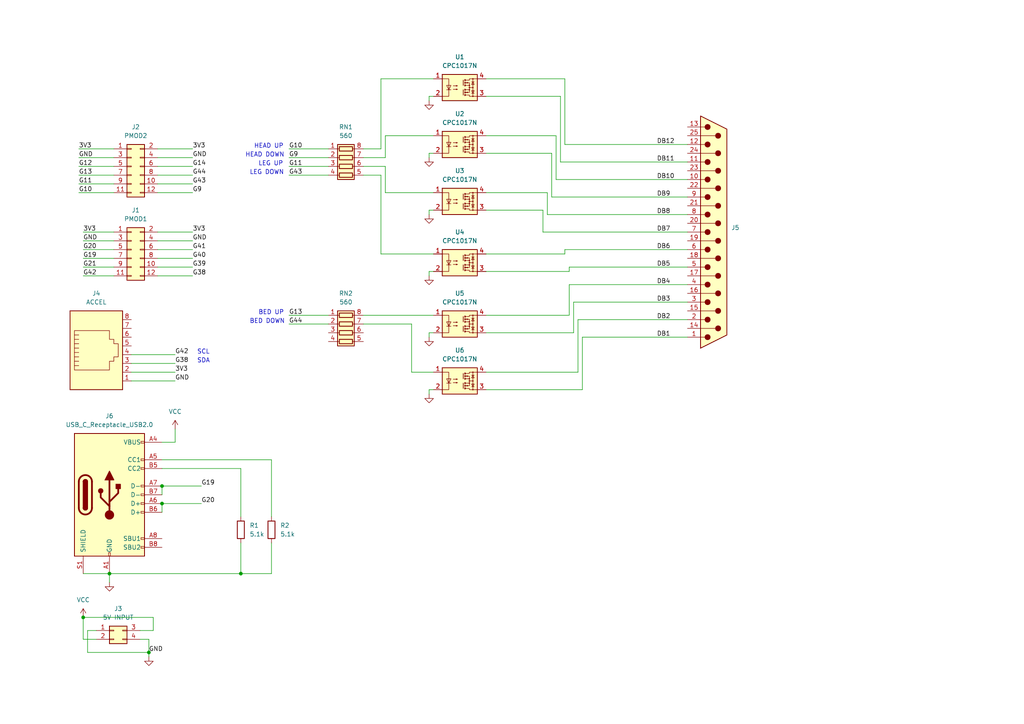
<source format=kicad_sch>
(kicad_sch (version 20211123) (generator eeschema)
  (paper "A4")
  (lib_symbols
    (symbol "Connector:DB25_Male" (pin_names (offset 1.016) hide)
      (property "Reference" "J" (at 0 34.29 0))
      (property "Value" "DB25_Male" (at 0 -34.925 0))
      (symbol "DB25_Male_0_1"
        (circle (center -1.778 -30.48) (radius 0.762) (fill (type outline)))
        (circle (center -1.778 -25.4) (radius 0.762) (fill (type outline)))
        (circle (center -1.778 -20.32) (radius 0.762) (fill (type outline)))
        (circle (center -1.778 -15.24) (radius 0.762) (fill (type outline)))
        (circle (center -1.778 -10.16) (radius 0.762) (fill (type outline)))
        (circle (center -1.778 -5.08) (radius 0.762) (fill (type outline)))
        (circle (center -1.778 0) (radius 0.762) (fill (type outline)))
        (circle (center -1.778 5.08) (radius 0.762) (fill (type outline)))
        (circle (center -1.778 10.16) (radius 0.762) (fill (type outline)))
        (circle (center -1.778 15.24) (radius 0.762) (fill (type outline)))
        (circle (center -1.778 20.32) (radius 0.762) (fill (type outline)))
        (circle (center -1.778 25.4) (radius 0.762) (fill (type outline)))
        (circle (center -1.778 30.48) (radius 0.762) (fill (type outline)))
        (polyline (pts (xy -3.81 -30.48) (xy -2.54 -30.48)))
        (polyline (pts (xy -3.81 -27.94) (xy 0.508 -27.94)))
        (polyline (pts (xy -3.81 -25.4) (xy -2.54 -25.4)))
        (polyline (pts (xy -3.81 -22.86) (xy 0.508 -22.86)))
        (polyline (pts (xy -3.81 -20.32) (xy -2.54 -20.32)))
        (polyline (pts (xy -3.81 -17.78) (xy 0.508 -17.78)))
        (polyline (pts (xy -3.81 -15.24) (xy -2.54 -15.24)))
        (polyline (pts (xy -3.81 -12.7) (xy 0.508 -12.7)))
        (polyline (pts (xy -3.81 -10.16) (xy -2.54 -10.16)))
        (polyline (pts (xy -3.81 -7.62) (xy 0.508 -7.62)))
        (polyline (pts (xy -3.81 -5.08) (xy -2.54 -5.08)))
        (polyline (pts (xy -3.81 -2.54) (xy 0.508 -2.54)))
        (polyline (pts (xy -3.81 0) (xy -2.54 0)))
        (polyline (pts (xy -3.81 2.54) (xy 0.508 2.54)))
        (polyline (pts (xy -3.81 5.08) (xy -2.54 5.08)))
        (polyline (pts (xy -3.81 7.62) (xy 0.508 7.62)))
        (polyline (pts (xy -3.81 10.16) (xy -2.54 10.16)))
        (polyline (pts (xy -3.81 12.7) (xy 0.508 12.7)))
        (polyline (pts (xy -3.81 15.24) (xy -2.54 15.24)))
        (polyline (pts (xy -3.81 17.78) (xy 0.508 17.78)))
        (polyline (pts (xy -3.81 20.32) (xy -2.54 20.32)))
        (polyline (pts (xy -3.81 22.86) (xy 0.508 22.86)))
        (polyline (pts (xy -3.81 25.4) (xy -2.54 25.4)))
        (polyline (pts (xy -3.81 27.94) (xy 0.508 27.94)))
        (polyline (pts (xy -3.81 30.48) (xy -2.54 30.48)))
        (polyline (pts (xy -3.81 -33.655) (xy 3.81 -29.845) (xy 3.81 29.845) (xy -3.81 33.655) (xy -3.81 -33.655)) (stroke (width 0.254)) (fill (type background)))
        (circle (center 1.27 -27.94) (radius 0.762) (fill (type outline)))
        (circle (center 1.27 -22.86) (radius 0.762) (fill (type outline)))
        (circle (center 1.27 -17.78) (radius 0.762) (fill (type outline)))
        (circle (center 1.27 -12.7) (radius 0.762) (fill (type outline)))
        (circle (center 1.27 -7.62) (radius 0.762) (fill (type outline)))
        (circle (center 1.27 -2.54) (radius 0.762) (fill (type outline)))
        (circle (center 1.27 2.54) (radius 0.762) (fill (type outline)))
        (circle (center 1.27 7.62) (radius 0.762) (fill (type outline)))
        (circle (center 1.27 12.7) (radius 0.762) (fill (type outline)))
        (circle (center 1.27 17.78) (radius 0.762) (fill (type outline)))
        (circle (center 1.27 22.86) (radius 0.762) (fill (type outline)))
        (circle (center 1.27 27.94) (radius 0.762) (fill (type outline)))
      )
      (symbol "DB25_Male_1_1"
        (pin passive line (at -7.62 -30.48 0) (length 3.81) (name "1") (number "1"))
        (pin passive line (at -7.62 15.24 0) (length 3.81) (name "10") (number "10"))
        (pin passive line (at -7.62 20.32 0) (length 3.81) (name "11") (number "11"))
        (pin passive line (at -7.62 25.4 0) (length 3.81) (name "12") (number "12"))
        (pin passive line (at -7.62 30.48 0) (length 3.81) (name "13") (number "13"))
        (pin passive line (at -7.62 -27.94 0) (length 3.81) (name "P14") (number "14"))
        (pin passive line (at -7.62 -22.86 0) (length 3.81) (name "P15") (number "15"))
        (pin passive line (at -7.62 -17.78 0) (length 3.81) (name "P16") (number "16"))
        (pin passive line (at -7.62 -12.7 0) (length 3.81) (name "P17") (number "17"))
        (pin passive line (at -7.62 -7.62 0) (length 3.81) (name "P18") (number "18"))
        (pin passive line (at -7.62 -2.54 0) (length 3.81) (name "P19") (number "19"))
        (pin passive line (at -7.62 -25.4 0) (length 3.81) (name "2") (number "2"))
        (pin passive line (at -7.62 2.54 0) (length 3.81) (name "P20") (number "20"))
        (pin passive line (at -7.62 7.62 0) (length 3.81) (name "P21") (number "21"))
        (pin passive line (at -7.62 12.7 0) (length 3.81) (name "P22") (number "22"))
        (pin passive line (at -7.62 17.78 0) (length 3.81) (name "P23") (number "23"))
        (pin passive line (at -7.62 22.86 0) (length 3.81) (name "P24") (number "24"))
        (pin passive line (at -7.62 27.94 0) (length 3.81) (name "P25") (number "25"))
        (pin passive line (at -7.62 -20.32 0) (length 3.81) (name "3") (number "3"))
        (pin passive line (at -7.62 -15.24 0) (length 3.81) (name "4") (number "4"))
        (pin passive line (at -7.62 -10.16 0) (length 3.81) (name "5") (number "5"))
        (pin passive line (at -7.62 -5.08 0) (length 3.81) (name "6") (number "6"))
        (pin passive line (at -7.62 0 0) (length 3.81) (name "7") (number "7"))
        (pin passive line (at -7.62 5.08 0) (length 3.81) (name "8") (number "8"))
        (pin passive line (at -7.62 10.16 0) (length 3.81) (name "9") (number "9"))
      )
    )
    (symbol "Connector:RJ45" (pin_names (offset 1.016))
      (property "Reference" "J" (at -5.08 13.97 0))
      (property "Value" "RJ45" (at 2.54 13.97 0))
      (symbol "RJ45_0_1"
        (polyline (pts (xy -5.08 4.445) (xy -6.35 4.445)))
        (polyline (pts (xy -5.08 5.715) (xy -6.35 5.715)))
        (polyline (pts (xy -6.35 -3.175) (xy -5.08 -3.175) (xy -5.08 -3.175)))
        (polyline (pts (xy -6.35 -1.905) (xy -5.08 -1.905) (xy -5.08 -1.905)))
        (polyline (pts (xy -6.35 -0.635) (xy -5.08 -0.635) (xy -5.08 -0.635)))
        (polyline (pts (xy -6.35 0.635) (xy -5.08 0.635) (xy -5.08 0.635)))
        (polyline (pts (xy -6.35 1.905) (xy -5.08 1.905) (xy -5.08 1.905)))
        (polyline (pts (xy -5.08 3.175) (xy -6.35 3.175) (xy -6.35 3.175)))
        (polyline (pts (xy -6.35 -4.445) (xy -6.35 6.985) (xy 3.81 6.985) (xy 3.81 4.445) (xy 5.08 4.445) (xy 5.08 3.175) (xy 6.35 3.175) (xy 6.35 -0.635) (xy 5.08 -0.635) (xy 5.08 -1.905) (xy 3.81 -1.905) (xy 3.81 -4.445) (xy -6.35 -4.445) (xy -6.35 -4.445)))
        (rectangle (start 7.62 12.7) (end -7.62 -10.16) (stroke (width 0.254)) (fill (type background)))
      )
      (symbol "RJ45_1_1"
        (pin passive line (at 10.16 -7.62 180) (length 2.54) (name "~") (number "1"))
        (pin passive line (at 10.16 -5.08 180) (length 2.54) (name "~") (number "2"))
        (pin passive line (at 10.16 -2.54 180) (length 2.54) (name "~") (number "3"))
        (pin passive line (at 10.16 0 180) (length 2.54) (name "~") (number "4"))
        (pin passive line (at 10.16 2.54 180) (length 2.54) (name "~") (number "5"))
        (pin passive line (at 10.16 5.08 180) (length 2.54) (name "~") (number "6"))
        (pin passive line (at 10.16 7.62 180) (length 2.54) (name "~") (number "7"))
        (pin passive line (at 10.16 10.16 180) (length 2.54) (name "~") (number "8"))
      )
    )
    (symbol "Connector:USB_C_Receptacle_USB2.0" (pin_names (offset 1.016))
      (property "Reference" "J" (at -10.16 19.05 0))
      (property "Value" "USB_C_Receptacle_USB2.0" (at 19.05 19.05 0))
      (symbol "USB_C_Receptacle_USB2.0_0_0"
        (rectangle (start -0.254 -17.78) (end 0.254 -16.764))
        (rectangle (start 10.16 -14.986) (end 9.144 -15.494))
        (rectangle (start 10.16 -12.446) (end 9.144 -12.954))
        (rectangle (start 10.16 -4.826) (end 9.144 -5.334))
        (rectangle (start 10.16 -2.286) (end 9.144 -2.794))
        (rectangle (start 10.16 0.254) (end 9.144 -0.254))
        (rectangle (start 10.16 2.794) (end 9.144 2.286))
        (rectangle (start 10.16 7.874) (end 9.144 7.366))
        (rectangle (start 10.16 10.414) (end 9.144 9.906))
        (rectangle (start 10.16 15.494) (end 9.144 14.986))
      )
      (symbol "USB_C_Receptacle_USB2.0_0_1"
        (rectangle (start -10.16 17.78) (end 10.16 -17.78) (stroke (width 0.254)) (fill (type background)))
        (arc (start -8.89 -3.81) (mid -6.985 -5.715) (end -5.08 -3.81) (stroke (width 0.508)))
        (arc (start -7.62 -3.81) (mid -6.985 -4.445) (end -6.35 -3.81) (stroke (width 0.254)))
        (arc (start -7.62 -3.81) (mid -6.985 -4.445) (end -6.35 -3.81) (stroke (width 0.254)) (fill (type outline)))
        (rectangle (start -7.62 -3.81) (end -6.35 3.81) (stroke (width 0.254)) (fill (type outline)))
        (arc (start -6.35 3.81) (mid -6.985 4.445) (end -7.62 3.81) (stroke (width 0.254)))
        (arc (start -6.35 3.81) (mid -6.985 4.445) (end -7.62 3.81) (stroke (width 0.254)) (fill (type outline)))
        (arc (start -5.08 3.81) (mid -6.985 5.715) (end -8.89 3.81) (stroke (width 0.508)))
        (circle (center -2.54 1.143) (radius 0.635) (stroke (width 0.254)) (fill (type outline)))
        (circle (center 0 -5.842) (radius 1.27) (fill (type outline)))
        (polyline (pts (xy -8.89 -3.81) (xy -8.89 3.81)) (stroke (width 0.508)))
        (polyline (pts (xy -5.08 3.81) (xy -5.08 -3.81)) (stroke (width 0.508)))
        (polyline (pts (xy 0 -5.842) (xy 0 4.318)) (stroke (width 0.508)))
        (polyline (pts (xy 0 -3.302) (xy -2.54 -0.762) (xy -2.54 0.508)) (stroke (width 0.508)))
        (polyline (pts (xy 0 -2.032) (xy 2.54 0.508) (xy 2.54 1.778)) (stroke (width 0.508)))
        (polyline (pts (xy -1.27 4.318) (xy 0 6.858) (xy 1.27 4.318) (xy -1.27 4.318)) (stroke (width 0.254)) (fill (type outline)))
        (rectangle (start 1.905 1.778) (end 3.175 3.048) (stroke (width 0.254)) (fill (type outline)))
      )
      (symbol "USB_C_Receptacle_USB2.0_1_1"
        (pin passive line (at 0 -22.86 90) (length 5.08) (name "GND") (number "A1"))
        (pin passive line (at 0 -22.86 90) (length 5.08) hide (name "GND") (number "A12"))
        (pin passive line (at 15.24 15.24 180) (length 5.08) (name "VBUS") (number "A4"))
        (pin bidirectional line (at 15.24 10.16 180) (length 5.08) (name "CC1") (number "A5"))
        (pin bidirectional line (at 15.24 -2.54 180) (length 5.08) (name "D+") (number "A6"))
        (pin bidirectional line (at 15.24 2.54 180) (length 5.08) (name "D-") (number "A7"))
        (pin bidirectional line (at 15.24 -12.7 180) (length 5.08) (name "SBU1") (number "A8"))
        (pin passive line (at 15.24 15.24 180) (length 5.08) hide (name "VBUS") (number "A9"))
        (pin passive line (at 0 -22.86 90) (length 5.08) hide (name "GND") (number "B1"))
        (pin passive line (at 0 -22.86 90) (length 5.08) hide (name "GND") (number "B12"))
        (pin passive line (at 15.24 15.24 180) (length 5.08) hide (name "VBUS") (number "B4"))
        (pin bidirectional line (at 15.24 7.62 180) (length 5.08) (name "CC2") (number "B5"))
        (pin bidirectional line (at 15.24 -5.08 180) (length 5.08) (name "D+") (number "B6"))
        (pin bidirectional line (at 15.24 0 180) (length 5.08) (name "D-") (number "B7"))
        (pin bidirectional line (at 15.24 -15.24 180) (length 5.08) (name "SBU2") (number "B8"))
        (pin passive line (at 15.24 15.24 180) (length 5.08) hide (name "VBUS") (number "B9"))
        (pin passive line (at -7.62 -22.86 90) (length 5.08) (name "SHIELD") (number "S1"))
      )
    )
    (symbol "Connector_Generic:Conn_02x02_Top_Bottom" (pin_names (offset 1.016) hide)
      (property "Reference" "J" (at 1.27 2.54 0))
      (property "Value" "Conn_02x02_Top_Bottom" (at 1.27 -5.08 0))
      (symbol "Conn_02x02_Top_Bottom_1_1"
        (rectangle (start -1.27 -2.413) (end 0 -2.667) (stroke (width 0.1524)))
        (rectangle (start -1.27 0.127) (end 0 -0.127) (stroke (width 0.1524)))
        (rectangle (start -1.27 1.27) (end 3.81 -3.81) (stroke (width 0.254)) (fill (type background)))
        (rectangle (start 3.81 -2.413) (end 2.54 -2.667) (stroke (width 0.1524)))
        (rectangle (start 3.81 0.127) (end 2.54 -0.127) (stroke (width 0.1524)))
        (pin passive line (at -5.08 0 0) (length 3.81) (name "Pin_1") (number "1"))
        (pin passive line (at -5.08 -2.54 0) (length 3.81) (name "Pin_2") (number "2"))
        (pin passive line (at 7.62 0 180) (length 3.81) (name "Pin_3") (number "3"))
        (pin passive line (at 7.62 -2.54 180) (length 3.81) (name "Pin_4") (number "4"))
      )
    )
    (symbol "Connector_Generic:Conn_02x06_Odd_Even" (pin_names (offset 1.016) hide)
      (property "Reference" "J" (at 1.27 7.62 0))
      (property "Value" "Conn_02x06_Odd_Even" (at 1.27 -10.16 0))
      (symbol "Conn_02x06_Odd_Even_1_1"
        (rectangle (start -1.27 -7.493) (end 0 -7.747) (stroke (width 0.1524)))
        (rectangle (start -1.27 -4.953) (end 0 -5.207) (stroke (width 0.1524)))
        (rectangle (start -1.27 -2.413) (end 0 -2.667) (stroke (width 0.1524)))
        (rectangle (start -1.27 0.127) (end 0 -0.127) (stroke (width 0.1524)))
        (rectangle (start -1.27 2.667) (end 0 2.413) (stroke (width 0.1524)))
        (rectangle (start -1.27 5.207) (end 0 4.953) (stroke (width 0.1524)))
        (rectangle (start -1.27 6.35) (end 3.81 -8.89) (stroke (width 0.254)) (fill (type background)))
        (rectangle (start 3.81 -7.493) (end 2.54 -7.747) (stroke (width 0.1524)))
        (rectangle (start 3.81 -4.953) (end 2.54 -5.207) (stroke (width 0.1524)))
        (rectangle (start 3.81 -2.413) (end 2.54 -2.667) (stroke (width 0.1524)))
        (rectangle (start 3.81 0.127) (end 2.54 -0.127) (stroke (width 0.1524)))
        (rectangle (start 3.81 2.667) (end 2.54 2.413) (stroke (width 0.1524)))
        (rectangle (start 3.81 5.207) (end 2.54 4.953) (stroke (width 0.1524)))
        (pin passive line (at -5.08 5.08 0) (length 3.81) (name "Pin_1") (number "1"))
        (pin passive line (at 7.62 -5.08 180) (length 3.81) (name "Pin_10") (number "10"))
        (pin passive line (at -5.08 -7.62 0) (length 3.81) (name "Pin_11") (number "11"))
        (pin passive line (at 7.62 -7.62 180) (length 3.81) (name "Pin_12") (number "12"))
        (pin passive line (at 7.62 5.08 180) (length 3.81) (name "Pin_2") (number "2"))
        (pin passive line (at -5.08 2.54 0) (length 3.81) (name "Pin_3") (number "3"))
        (pin passive line (at 7.62 2.54 180) (length 3.81) (name "Pin_4") (number "4"))
        (pin passive line (at -5.08 0 0) (length 3.81) (name "Pin_5") (number "5"))
        (pin passive line (at 7.62 0 180) (length 3.81) (name "Pin_6") (number "6"))
        (pin passive line (at -5.08 -2.54 0) (length 3.81) (name "Pin_7") (number "7"))
        (pin passive line (at 7.62 -2.54 180) (length 3.81) (name "Pin_8") (number "8"))
        (pin passive line (at -5.08 -5.08 0) (length 3.81) (name "Pin_9") (number "9"))
      )
    )
    (symbol "Device:R" (pin_numbers hide) (pin_names (offset 0))
      (property "Reference" "R" (at 2.032 0 90))
      (property "Value" "R" (at 0 0 90))
      (symbol "R_0_1"
        (rectangle (start -1.016 -2.54) (end 1.016 2.54) (stroke (width 0.254)))
      )
      (symbol "R_1_1"
        (pin passive line (at 0 3.81 270) (length 1.27) (name "~") (number "1"))
        (pin passive line (at 0 -3.81 90) (length 1.27) (name "~") (number "2"))
      )
    )
    (symbol "Device:R_Pack04" (pin_names (offset 0) hide)
      (property "Reference" "RN" (at -7.62 0 90))
      (property "Value" "R_Pack04" (at 5.08 0 90))
      (symbol "R_Pack04_0_1"
        (rectangle (start -6.35 -2.413) (end 3.81 2.413) (stroke (width 0.254)) (fill (type background)))
        (rectangle (start -5.715 1.905) (end -4.445 -1.905) (stroke (width 0.254)))
        (rectangle (start -3.175 1.905) (end -1.905 -1.905) (stroke (width 0.254)))
        (rectangle (start -0.635 1.905) (end 0.635 -1.905) (stroke (width 0.254)))
        (polyline (pts (xy -5.08 -2.54) (xy -5.08 -1.905)))
        (polyline (pts (xy -5.08 1.905) (xy -5.08 2.54)))
        (polyline (pts (xy -2.54 -2.54) (xy -2.54 -1.905)))
        (polyline (pts (xy -2.54 1.905) (xy -2.54 2.54)))
        (polyline (pts (xy 0 -2.54) (xy 0 -1.905)))
        (polyline (pts (xy 0 1.905) (xy 0 2.54)))
        (polyline (pts (xy 2.54 -2.54) (xy 2.54 -1.905)))
        (polyline (pts (xy 2.54 1.905) (xy 2.54 2.54)))
        (rectangle (start 1.905 1.905) (end 3.175 -1.905) (stroke (width 0.254)))
      )
      (symbol "R_Pack04_1_1"
        (pin passive line (at -5.08 -5.08 90) (length 2.54) (name "R1.1") (number "1"))
        (pin passive line (at -2.54 -5.08 90) (length 2.54) (name "R2.1") (number "2"))
        (pin passive line (at 0 -5.08 90) (length 2.54) (name "R3.1") (number "3"))
        (pin passive line (at 2.54 -5.08 90) (length 2.54) (name "R4.1") (number "4"))
        (pin passive line (at 2.54 5.08 270) (length 2.54) (name "R4.2") (number "5"))
        (pin passive line (at 0 5.08 270) (length 2.54) (name "R3.2") (number "6"))
        (pin passive line (at -2.54 5.08 270) (length 2.54) (name "R2.2") (number "7"))
        (pin passive line (at -5.08 5.08 270) (length 2.54) (name "R1.2") (number "8"))
      )
    )
    (symbol "Relay_SolidState:CPC1017N"
      (property "Reference" "U" (at -5.08 5.08 0))
      (property "Value" "CPC1017N" (at 0 5.08 0))
      (symbol "CPC1017N_0_1"
        (rectangle (start -5.08 3.81) (end 5.08 -3.81) (stroke (width 0.254)) (fill (type background)))
        (polyline (pts (xy -3.81 -0.635) (xy -2.54 -0.635)))
        (polyline (pts (xy 1.016 -0.635) (xy 1.016 -2.159)) (stroke (width 0.2032)))
        (polyline (pts (xy 1.016 2.159) (xy 1.016 0.635)) (stroke (width 0.2032)))
        (polyline (pts (xy 1.524 -0.508) (xy 1.524 -0.762)) (stroke (width 0.3556)))
        (polyline (pts (xy 2.794 0) (xy 3.81 0)))
        (polyline (pts (xy 3.429 -1.651) (xy 4.191 -1.651)))
        (polyline (pts (xy 3.429 1.651) (xy 4.191 1.651)))
        (polyline (pts (xy 3.81 -2.54) (xy 3.81 2.54)))
        (polyline (pts (xy 1.524 -2.032) (xy 1.524 -2.286) (xy 1.524 -2.286)) (stroke (width 0.3556)))
        (polyline (pts (xy 1.524 -1.27) (xy 1.524 -1.524) (xy 1.524 -1.524)) (stroke (width 0.3556)))
        (polyline (pts (xy 1.524 0.762) (xy 1.524 0.508) (xy 1.524 0.508)) (stroke (width 0.3556)))
        (polyline (pts (xy 1.524 1.524) (xy 1.524 1.27) (xy 1.524 1.27)) (stroke (width 0.3556)))
        (polyline (pts (xy 1.524 2.286) (xy 1.524 2.032) (xy 1.524 2.032)) (stroke (width 0.3556)))
        (polyline (pts (xy 1.651 -1.397) (xy 2.794 -1.397) (xy 2.794 -0.635)))
        (polyline (pts (xy 1.651 1.397) (xy 2.794 1.397) (xy 2.794 0.635)))
        (polyline (pts (xy -5.08 2.54) (xy -3.175 2.54) (xy -3.175 -2.54) (xy -5.08 -2.54)))
        (polyline (pts (xy -3.175 -0.635) (xy -3.81 0.635) (xy -2.54 0.635) (xy -3.175 -0.635)))
        (polyline (pts (xy 1.651 -2.159) (xy 2.794 -2.159) (xy 2.794 -2.54) (xy 5.08 -2.54)))
        (polyline (pts (xy 1.651 -0.635) (xy 2.794 -0.635) (xy 2.794 0.635) (xy 1.651 0.635)))
        (polyline (pts (xy 1.651 2.159) (xy 2.794 2.159) (xy 2.794 2.54) (xy 5.08 2.54)))
        (polyline (pts (xy 1.778 -1.397) (xy 2.286 -1.27) (xy 2.286 -1.524) (xy 1.778 -1.397)))
        (polyline (pts (xy 1.778 1.397) (xy 2.286 1.524) (xy 2.286 1.27) (xy 1.778 1.397)))
        (polyline (pts (xy 3.81 -1.651) (xy 3.429 -0.889) (xy 4.191 -0.889) (xy 3.81 -1.651)))
        (polyline (pts (xy 3.81 1.651) (xy 3.429 0.889) (xy 4.191 0.889) (xy 3.81 1.651)))
        (polyline (pts (xy -1.905 -0.508) (xy -0.635 -0.508) (xy -1.016 -0.635) (xy -1.016 -0.381) (xy -0.635 -0.508)))
        (polyline (pts (xy -1.905 0.508) (xy -0.635 0.508) (xy -1.016 0.381) (xy -1.016 0.635) (xy -0.635 0.508)))
        (circle (center 2.794 -0.635) (radius 0.127))
        (circle (center 2.794 0) (radius 0.127))
        (circle (center 2.794 0.635) (radius 0.127))
        (circle (center 3.81 -2.54) (radius 0.127))
        (circle (center 3.81 0) (radius 0.127))
        (circle (center 3.81 2.54) (radius 0.127))
      )
      (symbol "CPC1017N_1_1"
        (pin passive line (at -7.62 2.54 0) (length 2.54) (name "~") (number "1"))
        (pin passive line (at -7.62 -2.54 0) (length 2.54) (name "~") (number "2"))
        (pin passive line (at 7.62 -2.54 180) (length 2.54) (name "~") (number "3"))
        (pin passive line (at 7.62 2.54 180) (length 2.54) (name "~") (number "4"))
      )
    )
    (symbol "power:GND" (power) (pin_names (offset 0))
      (property "Value" "GND" (at 0 -3.81 0))
      (symbol "GND_0_1"
        (polyline (pts (xy 0 0) (xy 0 -1.27) (xy 1.27 -1.27) (xy 0 -2.54) (xy -1.27 -1.27) (xy 0 -1.27)))
      )
      (symbol "GND_1_1"
        (pin power_in line (at 0 0 270) (length 0) hide (name "GND") (number "1"))
      )
    )
    (symbol "power:VCC" (power) (pin_names (offset 0))
      (property "Value" "VCC" (at 0 3.81 0))
      (symbol "VCC_0_1"
        (polyline (pts (xy -0.762 1.27) (xy 0 2.54)))
        (polyline (pts (xy 0 0) (xy 0 2.54)))
        (polyline (pts (xy 0 2.54) (xy 0.762 1.27)))
      )
      (symbol "VCC_1_1"
        (pin power_in line (at 0 0 90) (length 0) hide (name "VCC") (number "1"))
      )
    )
  )
  (junction (at 31.75 166.37))
  (junction (at 24.13 179.07))
  (junction (at 43.18 189.23))
  (junction (at 46.99 146.05))
  (junction (at 46.99 140.97))
  (junction (at 69.85 166.37))
  (wire (pts (xy 111.76 45.72) (xy 105.41 45.72)))
  (wire (pts (xy 24.13 67.31) (xy 33.02 67.31)))
  (wire (pts (xy 22.86 43.18) (xy 33.02 43.18)))
  (wire (pts (xy 22.86 48.26) (xy 33.02 48.26)))
  (wire (pts (xy 140.97 60.96) (xy 157.48 60.96)))
  (wire (pts (xy 25.4 189.23) (xy 25.4 182.88)))
  (wire (pts (xy 140.97 96.52) (xy 166.37 96.52)))
  (wire (pts (xy 110.49 73.66) (xy 125.73 73.66)))
  (wire (pts (xy 124.46 45.72) (xy 124.46 44.45)))
  (wire (pts (xy 110.49 43.18) (xy 105.41 43.18)))
  (wire (pts (xy 140.97 22.86) (xy 163.83 22.86)))
  (wire (pts (xy 161.29 52.07) (xy 199.39 52.07)))
  (wire (pts (xy 140.97 55.88) (xy 158.75 55.88)))
  (wire (pts (xy 199.39 72.39) (xy 163.83 72.39)))
  (wire (pts (xy 24.13 166.37) (xy 31.75 166.37)))
  (wire (pts (xy 46.99 133.35) (xy 78.74 133.35)))
  (wire (pts (xy 46.99 146.05) (xy 58.42 146.05)))
  (wire (pts (xy 124.46 29.21) (xy 124.46 27.94)))
  (wire (pts (xy 46.99 140.97) (xy 46.99 143.51)))
  (wire (pts (xy 25.4 189.23) (xy 43.18 189.23)))
  (wire (pts (xy 45.72 72.39) (xy 55.88 72.39)))
  (wire (pts (xy 124.46 113.03) (xy 125.73 113.03)))
  (wire (pts (xy 45.72 80.01) (xy 55.88 80.01)))
  (wire (pts (xy 165.1 78.74) (xy 165.1 77.47)))
  (wire (pts (xy 160.02 44.45) (xy 160.02 57.15)))
  (wire (pts (xy 111.76 55.88) (xy 125.73 55.88)))
  (wire (pts (xy 43.18 185.42) (xy 43.18 189.23)))
  (wire (pts (xy 40.64 185.42) (xy 43.18 185.42)))
  (wire (pts (xy 157.48 67.31) (xy 199.39 67.31)))
  (wire (pts (xy 140.97 73.66) (xy 163.83 73.66)))
  (wire (pts (xy 25.4 182.88) (xy 27.94 182.88)))
  (wire (pts (xy 24.13 72.39) (xy 33.02 72.39)))
  (wire (pts (xy 78.74 149.86) (xy 78.74 133.35)))
  (wire (pts (xy 50.8 128.27) (xy 46.99 128.27)))
  (wire (pts (xy 124.46 27.94) (xy 125.73 27.94)))
  (wire (pts (xy 110.49 50.8) (xy 110.49 73.66)))
  (wire (pts (xy 119.38 107.95) (xy 125.73 107.95)))
  (wire (pts (xy 165.1 77.47) (xy 199.39 77.47)))
  (wire (pts (xy 162.56 46.99) (xy 199.39 46.99)))
  (wire (pts (xy 111.76 39.37) (xy 125.73 39.37)))
  (wire (pts (xy 24.13 185.42) (xy 27.94 185.42)))
  (wire (pts (xy 22.86 55.88) (xy 33.02 55.88)))
  (wire (pts (xy 140.97 78.74) (xy 165.1 78.74)))
  (wire (pts (xy 160.02 57.15) (xy 199.39 57.15)))
  (wire (pts (xy 168.91 113.03) (xy 168.91 97.79)))
  (wire (pts (xy 162.56 27.94) (xy 140.97 27.94)))
  (wire (pts (xy 166.37 87.63) (xy 199.39 87.63)))
  (wire (pts (xy 111.76 55.88) (xy 111.76 48.26)))
  (wire (pts (xy 45.72 53.34) (xy 55.88 53.34)))
  (wire (pts (xy 163.83 41.91) (xy 199.39 41.91)))
  (wire (pts (xy 163.83 41.91) (xy 163.83 22.86)))
  (wire (pts (xy 158.75 62.23) (xy 199.39 62.23)))
  (wire (pts (xy 111.76 48.26) (xy 105.41 48.26)))
  (wire (pts (xy 38.1 107.95) (xy 50.8 107.95)))
  (wire (pts (xy 24.13 179.07) (xy 24.13 185.42)))
  (wire (pts (xy 124.46 60.96) (xy 125.73 60.96)))
  (wire (pts (xy 83.82 43.18) (xy 95.25 43.18)))
  (wire (pts (xy 45.72 50.8) (xy 55.88 50.8)))
  (wire (pts (xy 43.18 189.23) (xy 43.18 190.5)))
  (wire (pts (xy 158.75 55.88) (xy 158.75 62.23)))
  (wire (pts (xy 38.1 102.87) (xy 50.8 102.87)))
  (wire (pts (xy 45.72 74.93) (xy 55.88 74.93)))
  (wire (pts (xy 124.46 80.01) (xy 124.46 78.74)))
  (wire (pts (xy 165.1 91.44) (xy 140.97 91.44)))
  (wire (pts (xy 105.41 50.8) (xy 110.49 50.8)))
  (wire (pts (xy 105.41 93.98) (xy 119.38 93.98)))
  (wire (pts (xy 83.82 93.98) (xy 95.25 93.98)))
  (wire (pts (xy 45.72 45.72) (xy 55.88 45.72)))
  (wire (pts (xy 124.46 114.3) (xy 124.46 113.03)))
  (wire (pts (xy 157.48 60.96) (xy 157.48 67.31)))
  (wire (pts (xy 40.64 182.88) (xy 44.45 182.88)))
  (wire (pts (xy 199.39 92.71) (xy 167.64 92.71)))
  (wire (pts (xy 161.29 39.37) (xy 161.29 52.07)))
  (wire (pts (xy 69.85 135.89) (xy 46.99 135.89)))
  (wire (pts (xy 105.41 91.44) (xy 125.73 91.44)))
  (wire (pts (xy 69.85 157.48) (xy 69.85 166.37)))
  (wire (pts (xy 38.1 110.49) (xy 50.8 110.49)))
  (wire (pts (xy 110.49 22.86) (xy 110.49 43.18)))
  (wire (pts (xy 83.82 50.8) (xy 95.25 50.8)))
  (wire (pts (xy 124.46 44.45) (xy 125.73 44.45)))
  (wire (pts (xy 45.72 67.31) (xy 55.88 67.31)))
  (wire (pts (xy 168.91 97.79) (xy 199.39 97.79)))
  (wire (pts (xy 78.74 157.48) (xy 78.74 166.37)))
  (wire (pts (xy 78.74 166.37) (xy 69.85 166.37)))
  (wire (pts (xy 165.1 82.55) (xy 165.1 91.44)))
  (wire (pts (xy 46.99 146.05) (xy 46.99 148.59)))
  (wire (pts (xy 45.72 77.47) (xy 55.88 77.47)))
  (wire (pts (xy 44.45 179.07) (xy 24.13 179.07)))
  (wire (pts (xy 166.37 96.52) (xy 166.37 87.63)))
  (wire (pts (xy 22.86 50.8) (xy 33.02 50.8)))
  (wire (pts (xy 110.49 22.86) (xy 125.73 22.86)))
  (wire (pts (xy 31.75 166.37) (xy 69.85 166.37)))
  (wire (pts (xy 124.46 62.23) (xy 124.46 60.96)))
  (wire (pts (xy 124.46 96.52) (xy 125.73 96.52)))
  (wire (pts (xy 124.46 97.79) (xy 124.46 96.52)))
  (wire (pts (xy 24.13 80.01) (xy 33.02 80.01)))
  (wire (pts (xy 83.82 48.26) (xy 95.25 48.26)))
  (wire (pts (xy 50.8 124.46) (xy 50.8 128.27)))
  (wire (pts (xy 199.39 82.55) (xy 165.1 82.55)))
  (wire (pts (xy 31.75 166.37) (xy 31.75 168.91)))
  (wire (pts (xy 44.45 182.88) (xy 44.45 179.07)))
  (wire (pts (xy 140.97 39.37) (xy 161.29 39.37)))
  (wire (pts (xy 83.82 45.72) (xy 95.25 45.72)))
  (wire (pts (xy 24.13 69.85) (xy 33.02 69.85)))
  (wire (pts (xy 45.72 69.85) (xy 55.88 69.85)))
  (wire (pts (xy 69.85 149.86) (xy 69.85 135.89)))
  (wire (pts (xy 38.1 105.41) (xy 50.8 105.41)))
  (wire (pts (xy 167.64 107.95) (xy 140.97 107.95)))
  (wire (pts (xy 22.86 53.34) (xy 33.02 53.34)))
  (wire (pts (xy 45.72 55.88) (xy 55.88 55.88)))
  (wire (pts (xy 163.83 72.39) (xy 163.83 73.66)))
  (wire (pts (xy 140.97 44.45) (xy 160.02 44.45)))
  (wire (pts (xy 167.64 92.71) (xy 167.64 107.95)))
  (wire (pts (xy 24.13 74.93) (xy 33.02 74.93)))
  (wire (pts (xy 45.72 48.26) (xy 55.88 48.26)))
  (wire (pts (xy 22.86 45.72) (xy 33.02 45.72)))
  (wire (pts (xy 140.97 113.03) (xy 168.91 113.03)))
  (wire (pts (xy 119.38 93.98) (xy 119.38 107.95)))
  (wire (pts (xy 46.99 140.97) (xy 58.42 140.97)))
  (wire (pts (xy 124.46 78.74) (xy 125.73 78.74)))
  (wire (pts (xy 111.76 39.37) (xy 111.76 45.72)))
  (wire (pts (xy 83.82 91.44) (xy 95.25 91.44)))
  (wire (pts (xy 162.56 27.94) (xy 162.56 46.99)))
  (wire (pts (xy 24.13 77.47) (xy 33.02 77.47)))
  (wire (pts (xy 45.72 43.18) (xy 55.88 43.18)))
  (text "BED DOWN" (at 72.39 93.98 0) (effects (font (size 1.27 1.27)) (justify left bottom)))
  (text "SCL" (at 57.15 102.87 0) (effects (font (size 1.27 1.27)) (justify left bottom)))
  (text "SDA" (at 57.15 105.41 0) (effects (font (size 1.27 1.27)) (justify left bottom)))
  (text "LEG DOWN" (at 72.39 50.8 0) (effects (font (size 1.27 1.27)) (justify left bottom)))
  (text "BED UP" (at 74.93 91.44 0) (effects (font (size 1.27 1.27)) (justify left bottom)))
  (text "LEG UP" (at 74.93 48.26 0) (effects (font (size 1.27 1.27)) (justify left bottom)))
  (text "HEAD DOWN" (at 71.12 45.72 0) (effects (font (size 1.27 1.27)) (justify left bottom)))
  (text "HEAD UP" (at 73.66 43.18 0) (effects (font (size 1.27 1.27)) (justify left bottom)))
  (label "G12" (at 22.86 48.26 0))
  (label "3V3" (at 22.86 43.18 0))
  (label "3V3" (at 55.88 67.31 0))
  (label "DB12" (at 190.5 41.91 0))
  (label "DB8" (at 190.5 62.23 0))
  (label "G39" (at 55.88 77.47 0))
  (label "G10" (at 22.86 55.88 0))
  (label "G44" (at 83.82 93.98 0))
  (label "G38" (at 55.88 80.01 0))
  (label "G11" (at 22.86 53.34 0))
  (label "GND" (at 50.8 110.49 0))
  (label "G42" (at 50.8 102.87 0))
  (label "G10" (at 83.82 43.18 0))
  (label "GND" (at 22.86 45.72 0))
  (label "DB9" (at 190.5 57.15 0))
  (label "DB10" (at 190.5 52.07 0))
  (label "G11" (at 83.82 48.26 0))
  (label "GND" (at 24.13 69.85 0))
  (label "G38" (at 50.8 105.41 0))
  (label "G9" (at 83.82 45.72 0))
  (label "G42" (at 24.13 80.01 0))
  (label "DB11" (at 190.5 46.99 0))
  (label "G40" (at 55.88 74.93 0))
  (label "GND" (at 43.18 189.23 0))
  (label "G21" (at 24.13 77.47 0))
  (label "3V3" (at 55.88 43.18 0))
  (label "G13" (at 22.86 50.8 0))
  (label "G14" (at 55.88 48.26 0))
  (label "G20" (at 58.42 146.05 0))
  (label "G9" (at 55.88 55.88 0))
  (label "DB5" (at 190.5 77.47 0))
  (label "G44" (at 55.88 50.8 0))
  (label "G41" (at 55.88 72.39 0))
  (label "G19" (at 24.13 74.93 0))
  (label "DB2" (at 190.5 92.71 0))
  (label "GND" (at 55.88 69.85 0))
  (label "DB1" (at 190.5 97.79 0))
  (label "3V3" (at 24.13 67.31 0))
  (label "DB7" (at 190.5 67.31 0))
  (label "DB3" (at 190.5 87.63 0))
  (label "G43" (at 55.88 53.34 0))
  (label "3V3" (at 50.8 107.95 0))
  (label "G19" (at 58.42 140.97 0))
  (label "GND" (at 55.88 45.72 0))
  (label "G20" (at 24.13 72.39 0))
  (label "G13" (at 83.82 91.44 0))
  (label "DB4" (at 190.5 82.55 0))
  (label "G43" (at 83.82 50.8 0))
  (label "DB6" (at 190.5 72.39 0))
  (symbol (lib_id "Connector_Generic:Conn_02x02_Top_Bottom") (at 33.02 182.88 0) (unit 1)
    (property "Reference" "J3" (at 34.29 176.53 0))
    (property "Value" "5V INPUT" (at 34.29 179.07 0))
    (property "Footprint" "Connector_PinHeader_2.54mm:PinHeader_2x02_P2.54mm_Vertical" (effects hide))
  )
  (symbol (lib_id "Device:R") (at 78.74 153.67 0) (unit 1)
    (property "Reference" "R2" (at 81.28 152.3999 0) (effects (justify left)))
    (property "Value" "5.1k" (at 81.28 154.9399 0) (effects (justify left)))
    (property "Footprint" "Resistor_SMD:R_0603_1608Metric" (effects hide))
  )
  (symbol (lib_id "power:GND") (at 31.75 168.91 0) (unit 1)
    (property "Reference" "#PWR01" (effects hide))
    (property "Value" "GND" (effects hide))
  )
  (symbol (lib_id "power:GND") (at 124.46 97.79 0) (unit 1)
    (property "Reference" "#PWR08" (effects hide))
    (property "Value" "GND" (effects hide))
  )
  (symbol (lib_id "Relay_SolidState:CPC1017N") (at 133.35 41.91 0) (unit 1)
    (property "Reference" "U2" (at 133.35 33.02 0))
    (property "Value" "CPC1017N" (at 133.35 35.56 0))
    (property "Footprint" "Package_SO:SOP-4_3.8x4.1mm_P2.54mm" (effects hide))
    (property "Datasheet" "http://www.ixysic.com/home/pdfs.nsf/www/CPC1017N.pdf/$file/CPC1017N.pdf" (effects hide))
  )
  (symbol (lib_id "power:VCC") (at 24.13 179.07 0) (unit 1)
    (property "Reference" "#PWR0101" (effects hide))
    (property "Value" "VCC" (at 24.13 173.99 0))
  )
  (symbol (lib_id "power:GND") (at 43.18 190.5 0) (unit 1)
    (property "Reference" "#PWR0102" (effects hide))
    (property "Value" "GND" (effects hide))
  )
  (symbol (lib_id "Connector_Generic:Conn_02x06_Odd_Even") (at 38.1 48.26 0) (unit 1)
    (property "Reference" "J2" (at 39.37 36.83 0))
    (property "Value" "PMOD2" (at 39.37 39.37 0))
    (property "Footprint" "Connector_PinHeader_2.54mm:PinHeader_2x06_P2.54mm_Vertical" (effects hide))
  )
  (symbol (lib_id "Relay_SolidState:CPC1017N") (at 133.35 93.98 0) (unit 1)
    (property "Reference" "U5" (at 133.35 85.09 0))
    (property "Value" "CPC1017N" (at 133.35 87.63 0))
    (property "Footprint" "Package_SO:SOP-4_3.8x4.1mm_P2.54mm" (effects hide))
    (property "Datasheet" "http://www.ixysic.com/home/pdfs.nsf/www/CPC1017N.pdf/$file/CPC1017N.pdf" (effects hide))
  )
  (symbol (lib_id "power:GND") (at 124.46 29.21 0) (unit 1)
    (property "Reference" "#PWR04" (effects hide))
    (property "Value" "GND" (effects hide))
  )
  (symbol (lib_id "power:VCC") (at 50.8 124.46 0) (unit 1)
    (property "Reference" "#PWR02" (effects hide))
    (property "Value" "VCC" (at 50.8 119.38 0))
  )
  (symbol (lib_id "power:GND") (at 124.46 114.3 0) (unit 1)
    (property "Reference" "#PWR09" (effects hide))
    (property "Value" "GND" (effects hide))
  )
  (symbol (lib_id "Relay_SolidState:CPC1017N") (at 133.35 76.2 0) (unit 1)
    (property "Reference" "U4" (at 133.35 67.31 0))
    (property "Value" "CPC1017N" (at 133.35 69.85 0))
    (property "Footprint" "Package_SO:SOP-4_3.8x4.1mm_P2.54mm" (effects hide))
    (property "Datasheet" "http://www.ixysic.com/home/pdfs.nsf/www/CPC1017N.pdf/$file/CPC1017N.pdf" (effects hide))
  )
  (symbol (lib_id "Connector:RJ45") (at 27.94 102.87 0) (unit 1)
    (property "Reference" "J4" (at 27.94 85.09 0))
    (property "Value" "ACCEL" (at 27.94 87.63 0))
    (property "Footprint" "Connector_RJ:RJ45_Amphenol_54602-x08_Horizontal" (effects hide))
  )
  (symbol (lib_id "Relay_SolidState:CPC1017N") (at 133.35 25.4 0) (unit 1)
    (property "Reference" "U1" (at 133.35 16.51 0))
    (property "Value" "CPC1017N" (at 133.35 19.05 0))
    (property "Footprint" "Package_SO:SOP-4_3.8x4.1mm_P2.54mm" (effects hide))
    (property "Datasheet" "http://www.ixysic.com/home/pdfs.nsf/www/CPC1017N.pdf/$file/CPC1017N.pdf" (effects hide))
  )
  (symbol (lib_id "Connector_Generic:Conn_02x06_Odd_Even") (at 38.1 72.39 0) (unit 1)
    (property "Reference" "J1" (at 39.37 60.96 0))
    (property "Value" "PMOD1" (at 39.37 63.5 0))
    (property "Footprint" "Connector_PinHeader_2.54mm:PinHeader_2x06_P2.54mm_Vertical" (effects hide))
  )
  (symbol (lib_id "power:GND") (at 124.46 62.23 0) (unit 1)
    (property "Reference" "#PWR06" (effects hide))
    (property "Value" "GND" (effects hide))
  )
  (symbol (lib_id "power:GND") (at 124.46 45.72 0) (unit 1)
    (property "Reference" "#PWR05" (effects hide))
    (property "Value" "GND" (effects hide))
  )
  (symbol (lib_id "Connector:DB25_Male") (at 207.01 67.31 0) (unit 1)
    (property "Reference" "J5" (at 212.09 66.0399 0) (effects (justify left)))
    (property "Value" "DB25_Male" (effects hide))
    (property "Footprint" "Connector_Dsub:DSUB-25_Male_Horizontal_P2.77x2.84mm_EdgePinOffset7.70mm_Housed_MountingHolesOffset9.12mm" (effects hide))
    (property "Datasheet" " ~" (effects hide))
  )
  (symbol (lib_id "Relay_SolidState:CPC1017N") (at 133.35 58.42 0) (unit 1)
    (property "Reference" "U3" (at 133.35 49.53 0))
    (property "Value" "CPC1017N" (at 133.35 52.07 0))
    (property "Footprint" "Package_SO:SOP-4_3.8x4.1mm_P2.54mm" (effects hide))
    (property "Datasheet" "http://www.ixysic.com/home/pdfs.nsf/www/CPC1017N.pdf/$file/CPC1017N.pdf" (effects hide))
  )
  (symbol (lib_id "Device:R_Pack04") (at 100.33 48.26 270) (unit 1)
    (property "Reference" "RN1" (at 100.33 36.83 90))
    (property "Value" "560" (at 100.33 39.37 90))
    (property "Footprint" "Resistor_SMD:R_Array_Convex_4x0603" (effects hide))
  )
  (symbol (lib_id "Connector:USB_C_Receptacle_USB2.0") (at 31.75 143.51 0) (unit 1)
    (property "Reference" "J6" (at 31.75 120.65 0))
    (property "Value" "USB_C_Receptacle_USB2.0" (at 31.75 123.19 0))
    (property "Footprint" "Connector_USB:USB_C_Receptacle_GCT_USB4105-xx-A_16P_TopMnt_Horizontal" (effects hide))
    (property "Datasheet" "https://www.usb.org/sites/default/files/documents/usb_type-c.zip" (effects hide))
  )
  (symbol (lib_id "Device:R") (at 69.85 153.67 0) (unit 1)
    (property "Reference" "R1" (at 72.39 152.3999 0) (effects (justify left)))
    (property "Value" "5.1k" (at 72.39 154.9399 0) (effects (justify left)))
    (property "Footprint" "Resistor_SMD:R_0603_1608Metric" (effects hide))
  )
  (symbol (lib_id "power:GND") (at 124.46 80.01 0) (unit 1)
    (property "Reference" "#PWR07" (effects hide))
    (property "Value" "GND" (effects hide))
  )
  (symbol (lib_id "Relay_SolidState:CPC1017N") (at 133.35 110.49 0) (unit 1)
    (property "Reference" "U6" (at 133.35 101.6 0))
    (property "Value" "CPC1017N" (at 133.35 104.14 0))
    (property "Footprint" "Package_SO:SOP-4_3.8x4.1mm_P2.54mm" (effects hide))
    (property "Datasheet" "http://www.ixysic.com/home/pdfs.nsf/www/CPC1017N.pdf/$file/CPC1017N.pdf" (effects hide))
  )
  (symbol (lib_id "Device:R_Pack04") (at 100.33 96.52 270) (unit 1)
    (property "Reference" "RN2" (at 100.33 85.09 90))
    (property "Value" "560" (at 100.33 87.63 90))
    (property "Footprint" "Resistor_SMD:R_Array_Convex_4x0603" (effects hide))
  )
)
</source>
